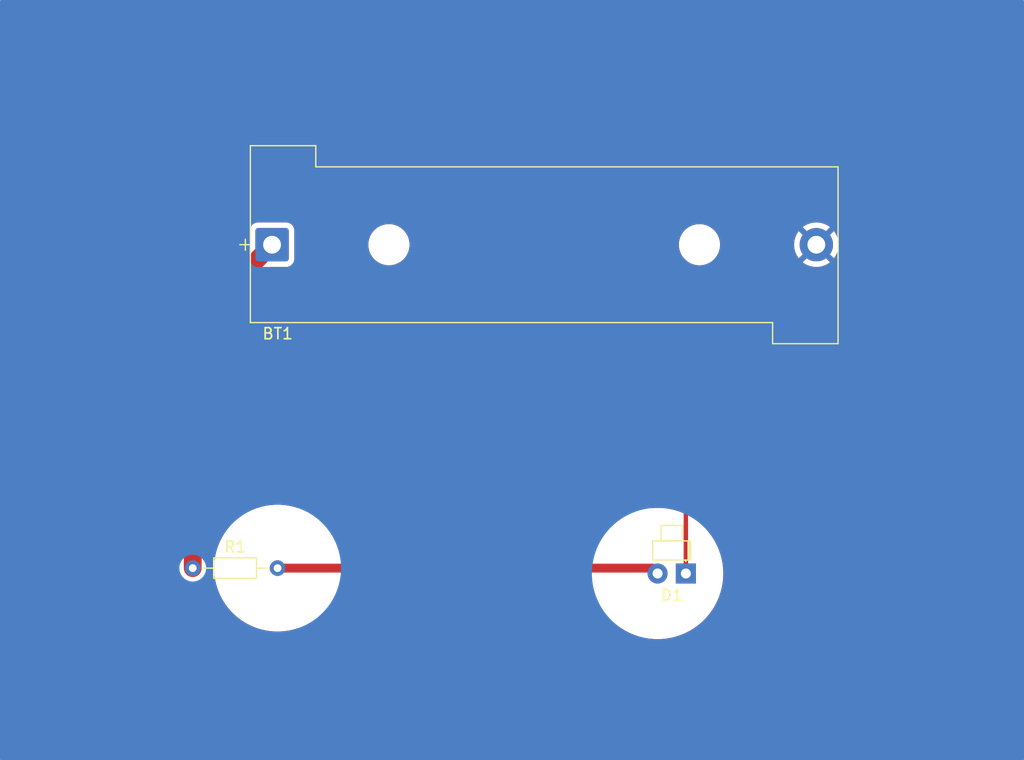
<source format=kicad_pcb>
(kicad_pcb (version 20241229) (generator "pcbnew") (generator_version "9.0")
  (layers (0 "F.Cu" signal) (2 "B.Cu" signal) (13 "F.Paste" user) (15 "B.Paste" user) (5 "F.SilkS" user "F.Silkscreen") (7 "B.SilkS" user "B.Silkscreen") (1 "F.Mask" user) (3 "B.Mask" user) (25 "Edge.Cuts" user))
  (net 0 "")
  (net 1 "Net-(BT1-+)")
  (net 2 "GND")
  (net 3 "Net-(D1-A)")
  (footprint "Battery:BatteryHolder_Bulgin_BX0034_1xAAA" (layer "F.Cu") (at 130.6425 60.325)
    (property "Reference" "BT1" (at 0.5 8 0) (layer "F.SilkS"))
    (property "Value" "Battery_Cell")
    (fp_line (start -2.4 -0.5) (end -2.4 0.5) (stroke (width 0.12)) (layer "F.SilkS"))
    (fp_line (start -1.95 -0.3) (end -1.95 -8.9) (stroke (width 0.12)) (layer "F.SilkS"))
    (fp_line (start -1.95 7) (end -1.95 0.3) (stroke (width 0.12)) (layer "F.SilkS"))
    (fp_line (start -1.95 7) (end 44.97 7) (stroke (width 0.12)) (layer "F.SilkS"))
    (fp_line (start -1.9 0) (end -2.9 0) (stroke (width 0.12)) (layer "F.SilkS"))
    (fp_line (start 3.93 -8.9) (end -1.95 -8.9) (stroke (width 0.12)) (layer "F.SilkS"))
    (fp_line (start 3.93 -8.9) (end 3.93 -7) (stroke (width 0.12)) (layer "F.SilkS"))
    (fp_line (start 44.97 8.9) (end 44.97 7) (stroke (width 0.12)) (layer "F.SilkS"))
    (fp_line (start 44.97 8.9) (end 50.85 8.9) (stroke (width 0.12)) (layer "F.SilkS"))
    (fp_line (start 50.85 -7) (end 3.93 -7) (stroke (width 0.12)) (layer "F.SilkS"))
    (fp_line (start 50.85 -7) (end 50.85 8.9) (stroke (width 0.12)) (layer "F.SilkS"))
    (pad "" np_thru_hole circle (at 10.5 0) (size 3.2 3.2) (drill 3.2) (layers "*.Cu" "*.Mask"))
    (pad "" np_thru_hole circle (at 38.4 0) (size 3.2 3.2) (drill 3.2) (layers "*.Cu" "*.Mask"))
    (pad "1" thru_hole roundrect (at 0 0) (size 3 3) (drill 1.6) (layers "*.Cu" "*.Mask") (roundrect_rratio 0.08333333333) (net 1 "Net-(BT1-+)"))
    (pad "2" thru_hole circle (at 48.9 0) (size 3 3) (drill 1.6) (layers "*.Cu" "*.Mask") (net 2 "GND"))
  )
  (footprint "LED_THT:LED_D1.8mm_W1.8mm_H2.4mm_Horizontal_O1.27mm_Z1.6mm" (layer "F.Cu") (at 167.82 89.885 180)
    (property "Reference" "D1" (at 1.27 -1.96 0) (layer "F.SilkS"))
    (property "Value" "LED")
    (fp_line (start 2.98 2.93) (end 2.98 1.21) (stroke (width 0.12)) (layer "F.SilkS"))
    (fp_line (start 2.98 1.21) (end -0.44 1.21) (stroke (width 0.12)) (layer "F.SilkS"))
    (fp_line (start 2.54 1.21) (end 2.54 1.08) (stroke (width 0.12)) (layer "F.SilkS"))
    (fp_line (start 2.54 1.08) (end 2.54 1.21) (stroke (width 0.12)) (layer "F.SilkS"))
    (fp_line (start 2.23 4.33) (end 2.23 2.93) (stroke (width 0.12)) (layer "F.SilkS"))
    (fp_line (start 2.23 2.93) (end 0.31 2.93) (stroke (width 0.12)) (layer "F.SilkS"))
    (fp_line (start 0.31 4.33) (end 2.23 4.33) (stroke (width 0.12)) (layer "F.SilkS"))
    (fp_line (start 0.31 2.93) (end 0.31 4.33) (stroke (width 0.12)) (layer "F.SilkS"))
    (fp_line (start 0 1.21) (end 0 1.08) (stroke (width 0.12)) (layer "F.SilkS"))
    (fp_line (start 0 1.08) (end 0 1.21) (stroke (width 0.12)) (layer "F.SilkS"))
    (fp_line (start -0.2 1.21) (end -0.2 2.93) (stroke (width 0.12)) (layer "F.SilkS"))
    (fp_line (start -0.32 1.21) (end -0.32 2.93) (stroke (width 0.12)) (layer "F.SilkS"))
    (fp_line (start -0.44 2.93) (end 2.98 2.93) (stroke (width 0.12)) (layer "F.SilkS"))
    (fp_line (start -0.44 1.21) (end -0.44 2.93) (stroke (width 0.12)) (layer "F.SilkS"))
    (pad "1" thru_hole rect (at 0 0 180) (size 1.8 1.8) (drill 0.9) (layers "*.Cu" "*.Mask") (net 2 "GND"))
    (pad "2" thru_hole circle (at 2.54 0 180) (size 1.8 1.8) (drill 0.9) (layers "*.Cu" "*.Mask") (net 3 "Net-(D1-A)"))
  )
  (footprint "Resistor_THT:R_Axial_DIN0204_L3.6mm_D1.6mm_P7.62mm_Horizontal" (layer "F.Cu") (at 123.515 89.4)
    (property "Reference" "R1" (at 3.81 -1.92 0) (layer "F.SilkS"))
    (property "Value" "R")
    (fp_line (start 0.94 0) (end 1.89 0) (stroke (width 0.12)) (layer "F.SilkS"))
    (fp_line (start 6.68 0) (end 5.73 0) (stroke (width 0.12)) (layer "F.SilkS"))
    (fp_rect (start 1.89 -0.92) (end 5.73 0.92) (stroke (width 0.12)) (fill no) (layer "F.SilkS"))
    (pad "1" thru_hole circle (at 0 0) (size 1.4 1.4) (drill 0.7) (layers "*.Cu" "*.Mask") (net 1 "Net-(BT1-+)"))
    (pad "2" thru_hole circle (at 7.62 0) (size 1.4 1.4) (drill 0.7) (layers "*.Cu" "*.Mask") (net 3 "Net-(D1-A)"))
  )
  (segment (start 123.515 89.4) (end 123.515 67.4525) (width 1.6) (layer "F.Cu") (net 1))
  (segment (start 123.515 67.4525) (end 130.6425 60.325) (width 1.6) (layer "F.Cu") (net 1))
  (segment (start 167.82 89.885) (end 167.82 72.0475) (width 0.4) (layer "F.Cu") (net 2))
  (segment (start 167.82 72.0475) (end 179.5425 60.325) (width 0.4) (layer "F.Cu") (net 2))
  (segment (start 164.795 89.4) (end 165.28 89.885) (width 0.8) (layer "F.Cu") (net 3))
  (segment (start 131.135 89.4) (end 164.795 89.4) (width 0.8) (layer "F.Cu") (net 3))
  (zone (net 2) (net_name "GND") (layers "F.Cu" "B.Cu") (connect_pads (clearance 0.5)) (min_thickness 0.25) (fill yes (thermal_gap 0.5) (thermal_bridge_width 0.5))
    (polygon (pts (xy 106.2 38.325) (xy 198.2 38.325) (xy 198.2 106.675) (xy 106.2 106.675)))
  )
)
</source>
